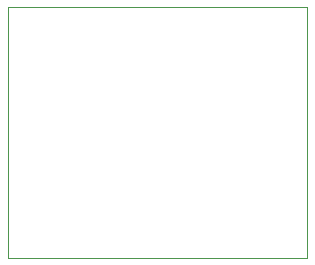
<source format=gbr>
%TF.GenerationSoftware,KiCad,Pcbnew,7.0.2*%
%TF.CreationDate,2023-12-15T19:23:06+00:00*%
%TF.ProjectId,rxhardware,72786861-7264-4776-9172-652e6b696361,rev?*%
%TF.SameCoordinates,Original*%
%TF.FileFunction,Profile,NP*%
%FSLAX46Y46*%
G04 Gerber Fmt 4.6, Leading zero omitted, Abs format (unit mm)*
G04 Created by KiCad (PCBNEW 7.0.2) date 2023-12-15 19:23:06*
%MOMM*%
%LPD*%
G01*
G04 APERTURE LIST*
%TA.AperFunction,Profile*%
%ADD10C,0.100000*%
%TD*%
G04 APERTURE END LIST*
D10*
X172568000Y-78722000D02*
X172568000Y-99996000D01*
X147234000Y-78722000D02*
X172568000Y-78722000D01*
X147234000Y-99996000D02*
X147234000Y-78722000D01*
X172568000Y-99996000D02*
X147234000Y-99996000D01*
M02*

</source>
